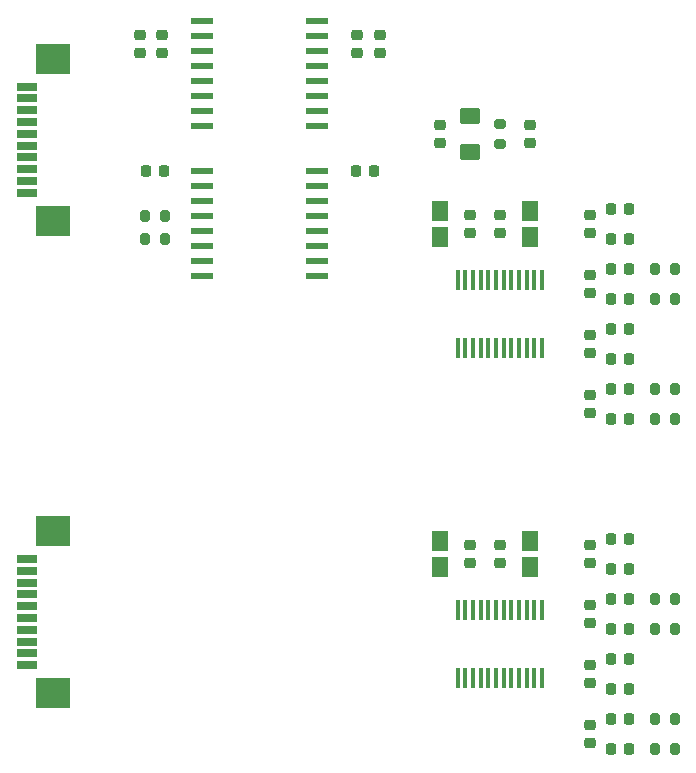
<source format=gbr>
%TF.GenerationSoftware,KiCad,Pcbnew,8.0.7-8.0.7-0~ubuntu24.04.1*%
%TF.CreationDate,2025-01-21T09:02:30+03:00*%
%TF.ProjectId,PM-AI4-W,504d2d41-4934-42d5-972e-6b696361645f,rev?*%
%TF.SameCoordinates,Original*%
%TF.FileFunction,Paste,Top*%
%TF.FilePolarity,Positive*%
%FSLAX46Y46*%
G04 Gerber Fmt 4.6, Leading zero omitted, Abs format (unit mm)*
G04 Created by KiCad (PCBNEW 8.0.7-8.0.7-0~ubuntu24.04.1) date 2025-01-21 09:02:30*
%MOMM*%
%LPD*%
G01*
G04 APERTURE LIST*
G04 Aperture macros list*
%AMRoundRect*
0 Rectangle with rounded corners*
0 $1 Rounding radius*
0 $2 $3 $4 $5 $6 $7 $8 $9 X,Y pos of 4 corners*
0 Add a 4 corners polygon primitive as box body*
4,1,4,$2,$3,$4,$5,$6,$7,$8,$9,$2,$3,0*
0 Add four circle primitives for the rounded corners*
1,1,$1+$1,$2,$3*
1,1,$1+$1,$4,$5*
1,1,$1+$1,$6,$7*
1,1,$1+$1,$8,$9*
0 Add four rect primitives between the rounded corners*
20,1,$1+$1,$2,$3,$4,$5,0*
20,1,$1+$1,$4,$5,$6,$7,0*
20,1,$1+$1,$6,$7,$8,$9,0*
20,1,$1+$1,$8,$9,$2,$3,0*%
G04 Aperture macros list end*
%ADD10RoundRect,0.225000X-0.225000X-0.250000X0.225000X-0.250000X0.225000X0.250000X-0.225000X0.250000X0*%
%ADD11RoundRect,0.200000X-0.200000X-0.275000X0.200000X-0.275000X0.200000X0.275000X-0.200000X0.275000X0*%
%ADD12R,1.397000X1.738275*%
%ADD13RoundRect,0.225000X0.250000X-0.225000X0.250000X0.225000X-0.250000X0.225000X-0.250000X-0.225000X0*%
%ADD14R,0.355600X1.778000*%
%ADD15RoundRect,0.225000X0.225000X0.250000X-0.225000X0.250000X-0.225000X-0.250000X0.225000X-0.250000X0*%
%ADD16RoundRect,0.225000X-0.250000X0.225000X-0.250000X-0.225000X0.250000X-0.225000X0.250000X0.225000X0*%
%ADD17RoundRect,0.200000X0.275000X-0.200000X0.275000X0.200000X-0.275000X0.200000X-0.275000X-0.200000X0*%
%ADD18R,1.803400X0.635000*%
%ADD19R,2.997200X2.590800*%
%ADD20RoundRect,0.250001X0.624999X-0.462499X0.624999X0.462499X-0.624999X0.462499X-0.624999X-0.462499X0*%
%ADD21R,1.854200X0.482600*%
G04 APERTURE END LIST*
D10*
%TO.C,C33*%
X6845000Y-3810000D03*
X8395000Y-3810000D03*
%TD*%
D11*
%TO.C,R4*%
X10605000Y6350000D03*
X12255000Y6350000D03*
%TD*%
D12*
%TO.C,C10*%
X0Y-6166663D03*
X0Y-3993337D03*
%TD*%
D13*
%TO.C,C11*%
X-31115000Y37325000D03*
X-31115000Y38875000D03*
%TD*%
D11*
%TO.C,R8*%
X10605000Y-21590000D03*
X12255000Y-21590000D03*
%TD*%
D10*
%TO.C,C36*%
X6845000Y-16510000D03*
X8395000Y-16510000D03*
%TD*%
D14*
%TO.C,U2*%
X-6114999Y-15570200D03*
X-5465000Y-15570200D03*
X-4815002Y-15570200D03*
X-4165001Y-15570200D03*
X-3515002Y-15570200D03*
X-2865001Y-15570200D03*
X-2215002Y-15570200D03*
X-1565001Y-15570200D03*
X-915002Y-15570200D03*
X-265001Y-15570200D03*
X384998Y-15570200D03*
X1034999Y-15570200D03*
X1034999Y-9829800D03*
X385000Y-9829800D03*
X-265001Y-9829800D03*
X-914999Y-9829800D03*
X-1565001Y-9829800D03*
X-2214999Y-9829800D03*
X-2864998Y-9829800D03*
X-3514999Y-9829800D03*
X-4164998Y-9829800D03*
X-4814999Y-9829800D03*
X-5464998Y-9829800D03*
X-6114999Y-9829800D03*
%TD*%
D10*
%TO.C,C15*%
X6845000Y16510000D03*
X8395000Y16510000D03*
%TD*%
D15*
%TO.C,C13*%
X8395000Y19050000D03*
X6845000Y19050000D03*
%TD*%
D16*
%TO.C,C40*%
X0Y31255000D03*
X0Y29705000D03*
%TD*%
D12*
%TO.C,C4*%
X-7620000Y-6166663D03*
X-7620000Y-3993337D03*
%TD*%
D15*
%TO.C,C34*%
X8395000Y-13970000D03*
X6845000Y-13970000D03*
%TD*%
D16*
%TO.C,C29*%
X5080000Y-19545000D03*
X5080000Y-21095000D03*
%TD*%
%TO.C,C14*%
X5080000Y18555000D03*
X5080000Y17005000D03*
%TD*%
D15*
%TO.C,C19*%
X8395000Y21590000D03*
X6845000Y21590000D03*
%TD*%
D16*
%TO.C,C17*%
X5080000Y8395000D03*
X5080000Y6845000D03*
%TD*%
D13*
%TO.C,C32*%
X5080000Y-5855000D03*
X5080000Y-4305000D03*
%TD*%
D16*
%TO.C,C23*%
X5080000Y13475000D03*
X5080000Y11925000D03*
%TD*%
D10*
%TO.C,C21*%
X6845000Y24130000D03*
X8395000Y24130000D03*
%TD*%
D17*
%TO.C,R9*%
X-2540000Y29655000D03*
X-2540000Y31305000D03*
%TD*%
D15*
%TO.C,C25*%
X8395000Y-8890000D03*
X6845000Y-8890000D03*
%TD*%
D11*
%TO.C,R1*%
X10605000Y19050000D03*
X12255000Y19050000D03*
%TD*%
D16*
%TO.C,C35*%
X5080000Y-14465000D03*
X5080000Y-16015000D03*
%TD*%
D15*
%TO.C,C16*%
X8395000Y8890000D03*
X6845000Y8890000D03*
%TD*%
D14*
%TO.C,U1*%
X-6114999Y12369800D03*
X-5465000Y12369800D03*
X-4815002Y12369800D03*
X-4165001Y12369800D03*
X-3515002Y12369800D03*
X-2865001Y12369800D03*
X-2215002Y12369800D03*
X-1565001Y12369800D03*
X-915002Y12369800D03*
X-265001Y12369800D03*
X384998Y12369800D03*
X1034999Y12369800D03*
X1034999Y18110200D03*
X385000Y18110200D03*
X-265001Y18110200D03*
X-914999Y18110200D03*
X-1565001Y18110200D03*
X-2214999Y18110200D03*
X-2864998Y18110200D03*
X-3514999Y18110200D03*
X-4164998Y18110200D03*
X-4814999Y18110200D03*
X-5464998Y18110200D03*
X-6114999Y18110200D03*
%TD*%
D13*
%TO.C,C2*%
X-5080000Y-5855000D03*
X-5080000Y-4305000D03*
%TD*%
%TO.C,C1*%
X-5080000Y22085000D03*
X-5080000Y23635000D03*
%TD*%
D18*
%TO.C,J1*%
X-42556000Y-14499991D03*
X-42556000Y-13499993D03*
X-42556000Y-12499995D03*
X-42556000Y-11499997D03*
X-42556000Y-10499999D03*
X-42556000Y-9500001D03*
X-42556000Y-8500003D03*
X-42556000Y-7500005D03*
X-42556000Y-6500007D03*
X-42556000Y-5500009D03*
D19*
X-40385999Y-16850002D03*
X-40385999Y-3149998D03*
%TD*%
D10*
%TO.C,C31*%
X6845000Y-6350000D03*
X8395000Y-6350000D03*
%TD*%
D11*
%TO.C,R10*%
X-32575000Y23495000D03*
X-30925000Y23495000D03*
%TD*%
D13*
%TO.C,C38*%
X-14605000Y37325000D03*
X-14605000Y38875000D03*
%TD*%
D20*
%TO.C,L1*%
X-5080000Y28992500D03*
X-5080000Y31967500D03*
%TD*%
D13*
%TO.C,C12*%
X-33020000Y37325000D03*
X-33020000Y38875000D03*
%TD*%
D11*
%TO.C,R11*%
X-32575000Y21590000D03*
X-30925000Y21590000D03*
%TD*%
D12*
%TO.C,C3*%
X-7620000Y21773337D03*
X-7620000Y23946663D03*
%TD*%
D10*
%TO.C,C27*%
X6845000Y-11430000D03*
X8395000Y-11430000D03*
%TD*%
D15*
%TO.C,C22*%
X8395000Y13970000D03*
X6845000Y13970000D03*
%TD*%
D13*
%TO.C,C37*%
X-12700000Y37325000D03*
X-12700000Y38875000D03*
%TD*%
D16*
%TO.C,C26*%
X5080000Y-9385000D03*
X5080000Y-10935000D03*
%TD*%
D10*
%TO.C,C28*%
X6845000Y-19050000D03*
X8395000Y-19050000D03*
%TD*%
D16*
%TO.C,C39*%
X-7620000Y31255000D03*
X-7620000Y29705000D03*
%TD*%
D18*
%TO.C,J2*%
X-42556000Y25500009D03*
X-42556000Y26500007D03*
X-42556000Y27500005D03*
X-42556000Y28500003D03*
X-42556000Y29500001D03*
X-42556000Y30499999D03*
X-42556000Y31499997D03*
X-42556000Y32499995D03*
X-42556000Y33499993D03*
X-42556000Y34499991D03*
D19*
X-40385999Y23149998D03*
X-40385999Y36850002D03*
%TD*%
D13*
%TO.C,C8*%
X-2540000Y-5855000D03*
X-2540000Y-4305000D03*
%TD*%
D21*
%TO.C,U3*%
X-27736800Y27305000D03*
X-27736800Y26035000D03*
X-27736800Y24765000D03*
X-27736800Y23495000D03*
X-27736800Y22225000D03*
X-27736800Y20955000D03*
X-27736800Y19685000D03*
X-27736800Y18415000D03*
X-17983200Y18415000D03*
X-17983200Y19685000D03*
X-17983200Y20955000D03*
X-17983200Y22225000D03*
X-17983200Y23495000D03*
X-17983200Y24765000D03*
X-17983200Y26035000D03*
X-17983200Y27305000D03*
%TD*%
D10*
%TO.C,C24*%
X6845000Y11430000D03*
X8395000Y11430000D03*
%TD*%
D13*
%TO.C,C7*%
X-2540000Y22085000D03*
X-2540000Y23635000D03*
%TD*%
D11*
%TO.C,R6*%
X10605000Y-11430000D03*
X12255000Y-11430000D03*
%TD*%
D13*
%TO.C,C20*%
X5080000Y22085000D03*
X5080000Y23635000D03*
%TD*%
D10*
%TO.C,C30*%
X6845000Y-21590000D03*
X8395000Y-21590000D03*
%TD*%
D11*
%TO.C,R2*%
X10605000Y16510000D03*
X12255000Y16510000D03*
%TD*%
D10*
%TO.C,C18*%
X6845000Y6350000D03*
X8395000Y6350000D03*
%TD*%
D11*
%TO.C,R5*%
X10605000Y-8890000D03*
X12255000Y-8890000D03*
%TD*%
D12*
%TO.C,C9*%
X0Y21773337D03*
X0Y23946663D03*
%TD*%
D10*
%TO.C,C6*%
X-14745000Y27305000D03*
X-13195000Y27305000D03*
%TD*%
D21*
%TO.C,U4*%
X-27736800Y40005000D03*
X-27736800Y38735000D03*
X-27736800Y37465000D03*
X-27736800Y36195000D03*
X-27736800Y34925000D03*
X-27736800Y33655000D03*
X-27736800Y32385000D03*
X-27736800Y31115000D03*
X-17983200Y31115000D03*
X-17983200Y32385000D03*
X-17983200Y33655000D03*
X-17983200Y34925000D03*
X-17983200Y36195000D03*
X-17983200Y37465000D03*
X-17983200Y38735000D03*
X-17983200Y40005000D03*
%TD*%
D15*
%TO.C,C5*%
X-30975000Y27305000D03*
X-32525000Y27305000D03*
%TD*%
D11*
%TO.C,R3*%
X10605000Y8890000D03*
X12255000Y8890000D03*
%TD*%
%TO.C,R7*%
X10605000Y-19050000D03*
X12255000Y-19050000D03*
%TD*%
M02*

</source>
